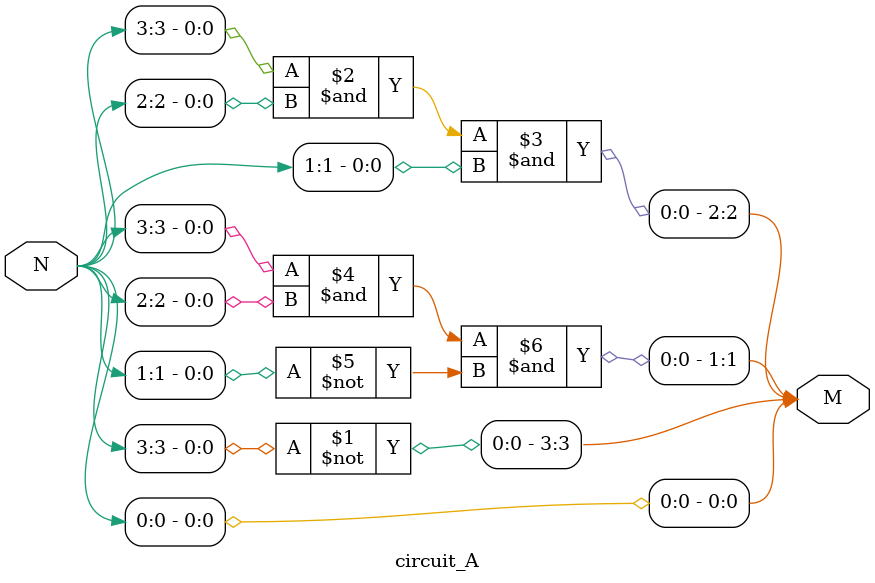
<source format=v>
module part2(SW,HEX0,HEX1);
	input [3:0]SW;
	output [6:0]HEX0,HEX1;
	wire [3:0]z,A1,L;
	wire [6:0]inv1,inv0;
	comparator UO (SW[3],SW[2],SW[1],z);
	circuit_A U1 (SW,A1);
	mux_2to1_4bit U2 (z[0],A1,SW[3:0],L);
	dec_4_to_HEX U3 (z,inv1);
	dec_4_to_HEX U4 (L,inv0);
	assign HEX1 = ~inv1;
	assign HEX0 = ~inv0;
endmodule

module comparator(a,b,c,z);
	input a,b,c;
	output [3:0]z;
	assign z[0] = a&(b|c);
	assign z[1] = a&~a;
	assign z[2] = a&~a;
	assign z[3] = a&~a;
endmodule

module dec_4_to_HEX(A,display);
	input [3:0]A;
	output [6:0]display;
	wire a,b,c,d;
	assign d = A[0];
	assign c = A[1];
	assign b = A[2];
	assign a = A[3];
	assign display[0] = (a)|(c)|(~b&~d)|(b&d);
	assign display[1] = ~b | (~c&~d) | (d&c);
	assign display[2] = ~c | b | d;
	assign display[3] = a | (~d&~b) | {~b&c} | (~d&c) | (b&~c&d);
	assign display[4] = (~b&~d) | (c&~d);
	assign display[5] = a | (~c&~d) | (b&~c) | (b & ~d);
	assign display[6] = a | (~b&c) | (c&~d) | (b & ~c);
endmodule

module mux_2to1_4bit(s,A,V,m);
	input s;
	input [3:0]A,V;
	output [3:0]m;
	assign m[0] = (~s&V[0])|(s&A[0]);
	assign m[1] = (~s&V[1])|(s&A[1]);
	assign m[2] = (~s&V[2])|(s&A[2]);
	assign m[3] = (~s&V[3])|(s&A[3]);
endmodule

module circuit_A(N,M);
	input [3:0]N;
	output [3:0]M;
	assign M[3] = ~N[3];
	assign M[2] = N[3]&N[2]&N[1];
	assign M[1] = N[3]&N[2]&~N[1];
	assign M[0] = N[0];
endmodule

</source>
